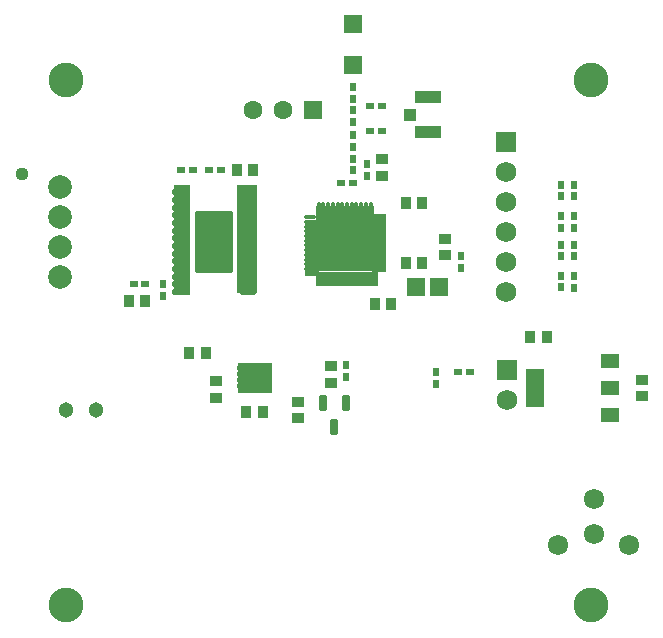
<source format=gbs>
G04*
G04 #@! TF.GenerationSoftware,Altium Limited,Altium Designer,21.5.1 (32)*
G04*
G04 Layer_Color=16711935*
%FSLAX25Y25*%
%MOIN*%
G70*
G04*
G04 #@! TF.SameCoordinates,9DB8949B-C02E-4DCA-B792-844CB0D99077*
G04*
G04*
G04 #@! TF.FilePolarity,Negative*
G04*
G01*
G75*
%ADD21R,0.05912X0.06306*%
%ADD23R,0.03550X0.03943*%
%ADD28R,0.02762X0.02368*%
%ADD30R,0.02368X0.02762*%
%ADD36C,0.06778*%
%ADD37C,0.06896*%
%ADD38R,0.06896X0.06896*%
%ADD39C,0.05124*%
%ADD40C,0.07900*%
%ADD41C,0.04447*%
%ADD42R,0.06306X0.06306*%
%ADD43C,0.06306*%
%ADD44C,0.11600*%
%ADD86R,0.05906X0.12992*%
%ADD87R,0.05906X0.04724*%
%ADD91R,0.01378X0.02264*%
%ADD92R,0.02264X0.01378*%
G04:AMPARAMS|DCode=93|XSize=51.18mil|YSize=23.62mil|CornerRadius=2.01mil|HoleSize=0mil|Usage=FLASHONLY|Rotation=270.000|XOffset=0mil|YOffset=0mil|HoleType=Round|Shape=RoundedRectangle|*
%AMROUNDEDRECTD93*
21,1,0.05118,0.01961,0,0,270.0*
21,1,0.04717,0.02362,0,0,270.0*
1,1,0.00402,-0.00980,-0.02358*
1,1,0.00402,-0.00980,0.02358*
1,1,0.00402,0.00980,0.02358*
1,1,0.00402,0.00980,-0.02358*
%
%ADD93ROUNDEDRECTD93*%
%ADD97R,0.08661X0.04134*%
%ADD98R,0.04134X0.03937*%
%ADD100R,0.05796X0.36507*%
%ADD101R,0.06709X0.36228*%
%ADD102R,0.11417X0.09998*%
%ADD103R,0.19603X0.05060*%
%ADD104R,0.04706X0.19658*%
%ADD105R,0.20676X0.04830*%
%ADD106R,0.04776X0.18799*%
%ADD107R,0.03943X0.03550*%
%ADD108R,0.06306X0.06306*%
G04:AMPARAMS|DCode=109|XSize=17.78mil|YSize=53.21mil|CornerRadius=4mil|HoleSize=0mil|Usage=FLASHONLY|Rotation=270.000|XOffset=0mil|YOffset=0mil|HoleType=Round|Shape=RoundedRectangle|*
%AMROUNDEDRECTD109*
21,1,0.01778,0.04522,0,0,270.0*
21,1,0.00978,0.05321,0,0,270.0*
1,1,0.00800,-0.02261,-0.00489*
1,1,0.00800,-0.02261,0.00489*
1,1,0.00800,0.02261,0.00489*
1,1,0.00800,0.02261,-0.00489*
%
%ADD109ROUNDEDRECTD109*%
G04:AMPARAMS|DCode=110|XSize=126.05mil|YSize=207.94mil|CornerRadius=3.83mil|HoleSize=0mil|Usage=FLASHONLY|Rotation=0.000|XOffset=0mil|YOffset=0mil|HoleType=Round|Shape=RoundedRectangle|*
%AMROUNDEDRECTD110*
21,1,0.12605,0.20028,0,0,0.0*
21,1,0.11839,0.20794,0,0,0.0*
1,1,0.00766,0.05919,-0.10014*
1,1,0.00766,-0.05919,-0.10014*
1,1,0.00766,-0.05919,0.10014*
1,1,0.00766,0.05919,0.10014*
%
%ADD110ROUNDEDRECTD110*%
%ADD111O,0.01187X0.04140*%
%ADD112O,0.04140X0.01187*%
%ADD113R,0.18510X0.18510*%
D21*
X374553Y131000D02*
D03*
X366679D02*
D03*
D23*
X404816Y114500D02*
D03*
X410328D02*
D03*
X271061Y126515D02*
D03*
X276573D02*
D03*
X312556Y170000D02*
D03*
X307044D02*
D03*
X363374Y139176D02*
D03*
X368886D02*
D03*
X315731Y89500D02*
D03*
X310219D02*
D03*
X368886Y159133D02*
D03*
X363374D02*
D03*
X291259Y109258D02*
D03*
X296771D02*
D03*
X353043Y125478D02*
D03*
X358555D02*
D03*
D28*
X276573Y131987D02*
D03*
X272636D02*
D03*
X288375Y170000D02*
D03*
X292312D02*
D03*
X301833D02*
D03*
X297896D02*
D03*
X380736Y102634D02*
D03*
X384673D02*
D03*
X351406Y183077D02*
D03*
X355343D02*
D03*
X355343Y191543D02*
D03*
X351406D02*
D03*
X341819Y165895D02*
D03*
X345756D02*
D03*
D30*
Y197642D02*
D03*
Y193705D02*
D03*
X282500Y132027D02*
D03*
Y128090D02*
D03*
X373370Y98697D02*
D03*
Y102634D02*
D03*
X345756Y177959D02*
D03*
Y181896D02*
D03*
X343340Y101106D02*
D03*
Y105043D02*
D03*
X419500Y134861D02*
D03*
Y130923D02*
D03*
X419500Y154897D02*
D03*
Y150960D02*
D03*
X415007Y134939D02*
D03*
Y131002D02*
D03*
X415007Y154897D02*
D03*
Y150960D02*
D03*
X419500Y145244D02*
D03*
Y141307D02*
D03*
X419500Y165291D02*
D03*
Y161354D02*
D03*
X415007Y145244D02*
D03*
Y141307D02*
D03*
Y165291D02*
D03*
Y161354D02*
D03*
X381924Y141354D02*
D03*
Y137417D02*
D03*
X345756Y170000D02*
D03*
Y173937D02*
D03*
X350513Y168032D02*
D03*
Y171968D02*
D03*
X345756Y189969D02*
D03*
Y186031D02*
D03*
D36*
X426000Y60500D02*
D03*
Y48689D02*
D03*
X437811Y44988D02*
D03*
X414189D02*
D03*
D37*
X396912Y129386D02*
D03*
Y139386D02*
D03*
Y149386D02*
D03*
Y159386D02*
D03*
Y169386D02*
D03*
X396980Y93500D02*
D03*
D38*
X396912Y179386D02*
D03*
X396980Y103500D02*
D03*
D39*
X260000Y90000D02*
D03*
X250000D02*
D03*
D40*
X248000Y134537D02*
D03*
Y144537D02*
D03*
Y154537D02*
D03*
Y164537D02*
D03*
D41*
X235598Y168738D02*
D03*
D42*
X332556Y190190D02*
D03*
D43*
X322556D02*
D03*
X312556D02*
D03*
D44*
X250000Y25000D02*
D03*
Y200000D02*
D03*
X425000D02*
D03*
Y25000D02*
D03*
D86*
X406402Y97500D02*
D03*
D87*
X431598Y88445D02*
D03*
Y97500D02*
D03*
Y106555D02*
D03*
D91*
X314500Y104633D02*
D03*
X312531D02*
D03*
X310563D02*
D03*
Y97448D02*
D03*
X312531D02*
D03*
X314500D02*
D03*
D92*
X307955Y103993D02*
D03*
Y102024D02*
D03*
Y100056D02*
D03*
Y98088D02*
D03*
X317108D02*
D03*
Y100056D02*
D03*
Y102024D02*
D03*
Y103993D02*
D03*
D93*
X339600Y84334D02*
D03*
X343340Y92601D02*
D03*
X335859D02*
D03*
D97*
X370638Y194307D02*
D03*
Y182693D02*
D03*
D98*
X364634Y188500D02*
D03*
D100*
X288627Y146914D02*
D03*
D101*
X310491Y147053D02*
D03*
D102*
X312979Y100726D02*
D03*
D103*
X343080Y155954D02*
D03*
D104*
X354312Y145801D02*
D03*
D105*
X343732Y133923D02*
D03*
D106*
X332041Y144262D02*
D03*
D107*
X442000Y100256D02*
D03*
Y94744D02*
D03*
X300155Y99664D02*
D03*
Y94152D02*
D03*
X327361Y87335D02*
D03*
Y92846D02*
D03*
X338419Y99138D02*
D03*
Y104650D02*
D03*
X355539Y173806D02*
D03*
Y168294D02*
D03*
X376378Y141701D02*
D03*
Y147213D02*
D03*
D108*
X345756Y218779D02*
D03*
Y205000D02*
D03*
D109*
X288083Y129428D02*
D03*
Y131987D02*
D03*
Y134546D02*
D03*
Y137105D02*
D03*
Y139664D02*
D03*
Y142223D02*
D03*
Y144782D02*
D03*
Y147341D02*
D03*
Y149900D02*
D03*
Y152460D02*
D03*
Y155019D02*
D03*
Y157578D02*
D03*
Y160137D02*
D03*
Y162696D02*
D03*
X310721Y129428D02*
D03*
Y131987D02*
D03*
Y134546D02*
D03*
Y137105D02*
D03*
Y139664D02*
D03*
Y142223D02*
D03*
Y144782D02*
D03*
Y147341D02*
D03*
Y149900D02*
D03*
Y152460D02*
D03*
Y155019D02*
D03*
Y157578D02*
D03*
Y160137D02*
D03*
Y162696D02*
D03*
D110*
X299402Y146062D02*
D03*
D111*
X351661Y134161D02*
D03*
X350087D02*
D03*
X348512D02*
D03*
X346937D02*
D03*
X345362D02*
D03*
X343787D02*
D03*
X342213D02*
D03*
X340638D02*
D03*
X339063D02*
D03*
X337488D02*
D03*
X335913D02*
D03*
X334339D02*
D03*
Y157389D02*
D03*
X335913D02*
D03*
X337488D02*
D03*
X339063D02*
D03*
X340638D02*
D03*
X342213D02*
D03*
X343787D02*
D03*
X345362D02*
D03*
X346937D02*
D03*
X348512D02*
D03*
X350087D02*
D03*
X351661D02*
D03*
D112*
X331386Y137114D02*
D03*
Y138689D02*
D03*
Y140263D02*
D03*
Y141838D02*
D03*
Y143413D02*
D03*
Y144988D02*
D03*
Y146563D02*
D03*
Y148137D02*
D03*
Y149712D02*
D03*
Y151287D02*
D03*
Y152862D02*
D03*
Y154437D02*
D03*
X354614D02*
D03*
Y152862D02*
D03*
Y151287D02*
D03*
Y149712D02*
D03*
Y148137D02*
D03*
Y146563D02*
D03*
Y144988D02*
D03*
Y143413D02*
D03*
Y141838D02*
D03*
Y140263D02*
D03*
Y138689D02*
D03*
Y137114D02*
D03*
D113*
X343000Y145775D02*
D03*
M02*

</source>
